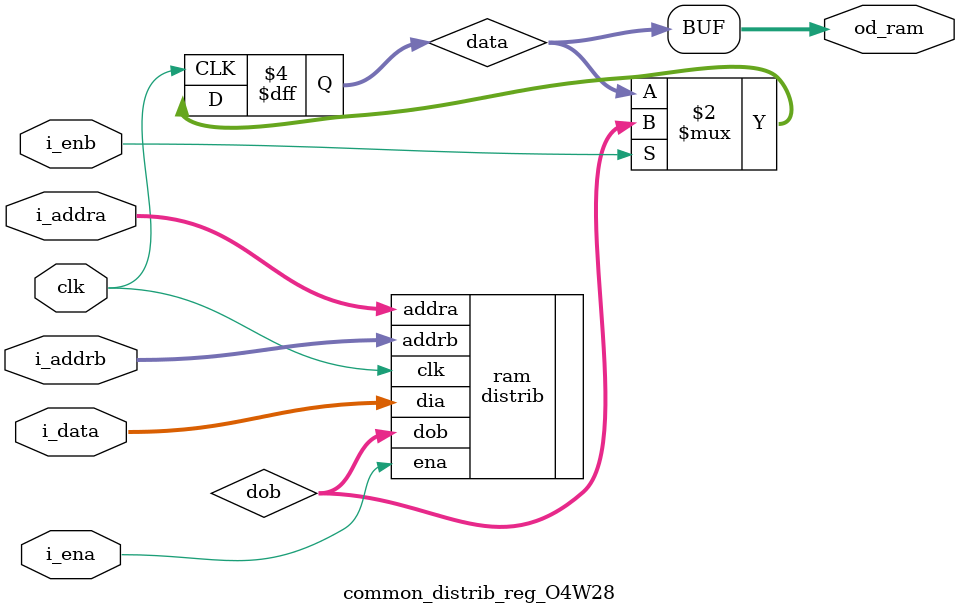
<source format=sv>
`timescale 100ps/100ps

(* keep_hierarchy = "yes" *) module common_distrib_reg_O4W28 (
    input  bit clk,
    input  bit i_ena,
    input  bit [3:0] i_addra,
    input  bit [27:0] i_data,
    input  bit i_enb,
    input  bit [3:0] i_addrb,
    output bit [27:0] od_ram
);


///////////////////////////////////////////////////////////
///////////////////////////////////////////////////////////
bit [27:0] data;
bit [27:0] dob;

distrib #(
    .ORDER               (4),
    .WIDTH               (28))
ram (
    .clk                 (clk),
    .ena                 (i_ena),
    .addra               (i_addra),
    .dia                 (i_data),
    .addrb               (i_addrb),
    .dob                 (dob));


///////////////////////////////////////////////////////////
///////////////////////////////////////////////////////////
always_ff @(posedge clk)
begin
    if (i_enb) begin
        data <= dob;
    end
end
assign od_ram = data;

endmodule
</source>
